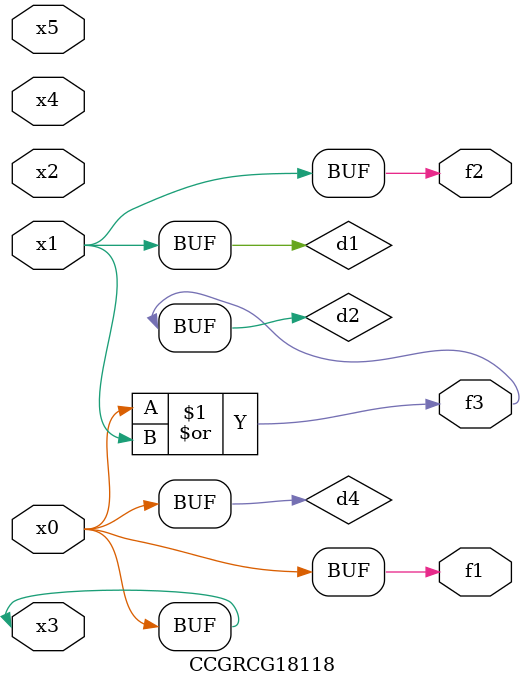
<source format=v>
module CCGRCG18118(
	input x0, x1, x2, x3, x4, x5,
	output f1, f2, f3
);

	wire d1, d2, d3, d4;

	and (d1, x1);
	or (d2, x0, x1);
	nand (d3, x0, x5);
	buf (d4, x0, x3);
	assign f1 = d4;
	assign f2 = d1;
	assign f3 = d2;
endmodule

</source>
